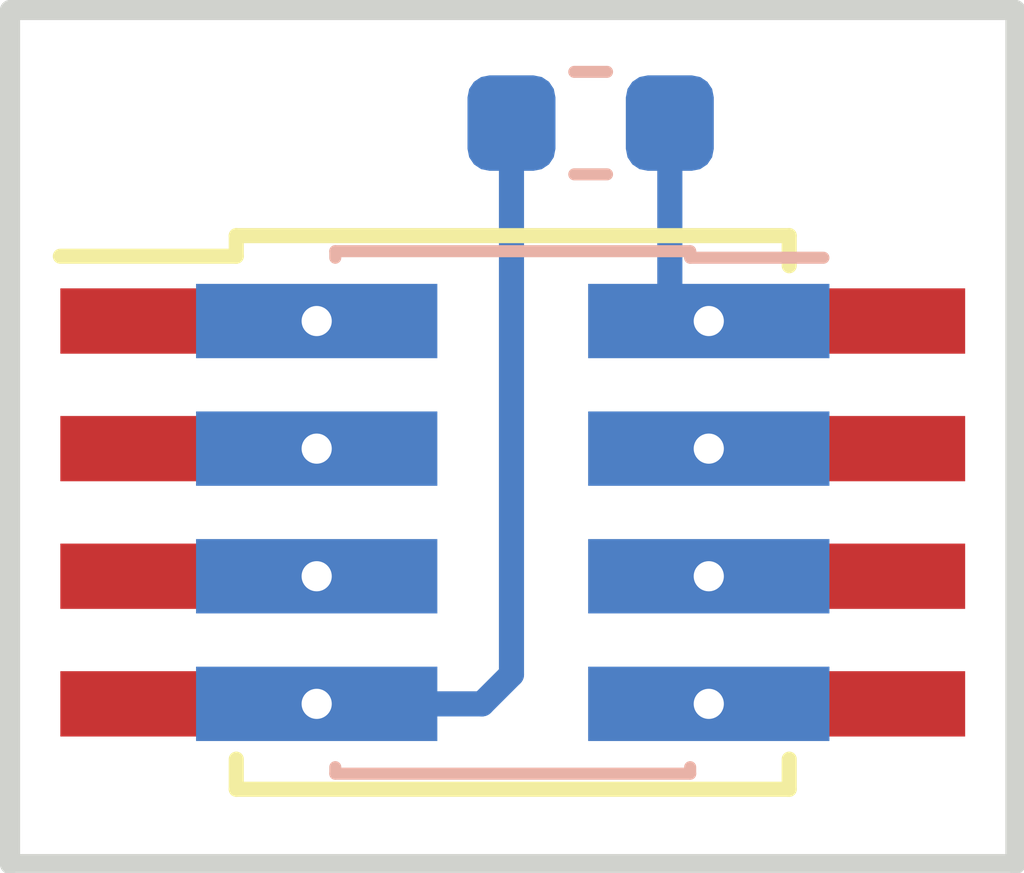
<source format=kicad_pcb>
(kicad_pcb (version 20171130) (host pcbnew "(5.0.0-rc3-dev-2-g101b68b)")

  (general
    (thickness 1.6)
    (drawings 4)
    (tracks 23)
    (zones 0)
    (modules 3)
    (nets 9)
  )

  (page A4)
  (layers
    (0 F.Cu signal)
    (31 B.Cu signal)
    (32 B.Adhes user)
    (33 F.Adhes user)
    (34 B.Paste user)
    (35 F.Paste user)
    (36 B.SilkS user)
    (37 F.SilkS user)
    (38 B.Mask user)
    (39 F.Mask user)
    (40 Dwgs.User user)
    (41 Cmts.User user)
    (42 Eco1.User user)
    (43 Eco2.User user)
    (44 Edge.Cuts user)
    (45 Margin user)
    (46 B.CrtYd user)
    (47 F.CrtYd user)
    (48 B.Fab user hide)
    (49 F.Fab user hide)
  )

  (setup
    (last_trace_width 0.25)
    (trace_clearance 0.25)
    (zone_clearance 0.508)
    (zone_45_only no)
    (trace_min 0.15)
    (segment_width 0.2)
    (edge_width 0.15)
    (via_size 0.6)
    (via_drill 0.3)
    (via_min_size 0.6)
    (via_min_drill 0.3)
    (uvia_size 0.3)
    (uvia_drill 0.1)
    (uvias_allowed no)
    (uvia_min_size 0.2)
    (uvia_min_drill 0.1)
    (pcb_text_width 0.3)
    (pcb_text_size 1.5 1.5)
    (mod_edge_width 0.15)
    (mod_text_size 1 1)
    (mod_text_width 0.15)
    (pad_size 1.524 1.524)
    (pad_drill 0.762)
    (pad_to_mask_clearance 0.2)
    (aux_axis_origin 0 0)
    (visible_elements FFFFFF7F)
    (pcbplotparams
      (layerselection 0x010fc_ffffffff)
      (usegerberextensions false)
      (usegerberattributes false)
      (usegerberadvancedattributes false)
      (creategerberjobfile false)
      (excludeedgelayer true)
      (linewidth 0.100000)
      (plotframeref false)
      (viasonmask false)
      (mode 1)
      (useauxorigin false)
      (hpglpennumber 1)
      (hpglpenspeed 20)
      (hpglpendiameter 15.000000)
      (psnegative false)
      (psa4output false)
      (plotreference true)
      (plotvalue true)
      (plotinvisibletext false)
      (padsonsilk false)
      (subtractmaskfromsilk false)
      (outputformat 1)
      (mirror false)
      (drillshape 1)
      (scaleselection 1)
      (outputdirectory ""))
  )

  (net 0 "")
  (net 1 /~CS)
  (net 2 /DQ1)
  (net 3 /~WP)
  (net 4 /GND)
  (net 5 /DQ0)
  (net 6 /CLK)
  (net 7 /~HOLD)
  (net 8 /VCC)

  (net_class Default "This is the default net class."
    (clearance 0.25)
    (trace_width 0.25)
    (via_dia 0.6)
    (via_drill 0.3)
    (uvia_dia 0.3)
    (uvia_drill 0.1)
    (add_net /CLK)
    (add_net /DQ0)
    (add_net /DQ1)
    (add_net /GND)
    (add_net /VCC)
    (add_net /~CS)
    (add_net /~HOLD)
    (add_net /~WP)
  )

  (module Capacitor_SMD:C_0603_1608Metric (layer B.Cu) (tedit 5B4BCAD1) (tstamp 5B4C9D92)
    (at 100.775 96.125 180)
    (descr "Capacitor SMD 0603 (1608 Metric), square (rectangular) end terminal, IPC_7351 nominal, (Body size source: http://www.tortai-tech.com/upload/download/2011102023233369053.pdf), generated with kicad-footprint-generator")
    (tags capacitor)
    (path /5B4BD581)
    (attr smd)
    (fp_text reference C101 (at 0 1.43 180) (layer B.Fab)
      (effects (font (size 1 1) (thickness 0.15)) (justify mirror))
    )
    (fp_text value 100n (at 0 -1.43 180) (layer B.Fab)
      (effects (font (size 1 1) (thickness 0.15)) (justify mirror))
    )
    (fp_line (start -0.8 -0.4) (end -0.8 0.4) (layer B.Fab) (width 0.1))
    (fp_line (start -0.8 0.4) (end 0.8 0.4) (layer B.Fab) (width 0.1))
    (fp_line (start 0.8 0.4) (end 0.8 -0.4) (layer B.Fab) (width 0.1))
    (fp_line (start 0.8 -0.4) (end -0.8 -0.4) (layer B.Fab) (width 0.1))
    (fp_line (start -0.162779 0.51) (end 0.162779 0.51) (layer B.SilkS) (width 0.12))
    (fp_line (start -0.162779 -0.51) (end 0.162779 -0.51) (layer B.SilkS) (width 0.12))
    (fp_line (start -1.48 -0.73) (end -1.48 0.73) (layer B.CrtYd) (width 0.05))
    (fp_line (start -1.48 0.73) (end 1.48 0.73) (layer B.CrtYd) (width 0.05))
    (fp_line (start 1.48 0.73) (end 1.48 -0.73) (layer B.CrtYd) (width 0.05))
    (fp_line (start 1.48 -0.73) (end -1.48 -0.73) (layer B.CrtYd) (width 0.05))
    (fp_text user %R (at 0 0 180) (layer B.Fab)
      (effects (font (size 0.4 0.4) (thickness 0.06)) (justify mirror))
    )
    (pad 1 smd roundrect (at -0.7875 0 180) (size 0.875 0.95) (layers B.Cu B.Paste B.Mask) (roundrect_rratio 0.25)
      (net 8 /VCC))
    (pad 2 smd roundrect (at 0.7875 0 180) (size 0.875 0.95) (layers B.Cu B.Paste B.Mask) (roundrect_rratio 0.25)
      (net 4 /GND))
    (model ${KISYS3DMOD}/Capacitor_SMD.3dshapes/C_0603_1608Metric.wrl
      (at (xyz 0 0 0))
      (scale (xyz 1 1 1))
      (rotate (xyz 0 0 0))
    )
  )

  (module Package_SO:SOIJ-8_5.3x5.3mm_P1.27mm (layer F.Cu) (tedit 5B4BCAD9) (tstamp 5B4C9DE4)
    (at 100 100)
    (descr "8-Lead Plastic Small Outline (SM) - Medium, 5.28 mm Body [SOIC] (see Microchip Packaging Specification 00000049BS.pdf)")
    (tags "SOIC 1.27")
    (path /5B74F9F9)
    (attr smd)
    (fp_text reference U101 (at 0 -3.68) (layer F.Fab)
      (effects (font (size 1 1) (thickness 0.15)))
    )
    (fp_text value W25Q64FVSS (at 0 3.68) (layer F.Fab)
      (effects (font (size 1 1) (thickness 0.15)))
    )
    (fp_text user %R (at 0 0) (layer F.Fab)
      (effects (font (size 1 1) (thickness 0.15)))
    )
    (fp_line (start -1.65 -2.65) (end 2.65 -2.65) (layer F.Fab) (width 0.15))
    (fp_line (start 2.65 -2.65) (end 2.65 2.65) (layer F.Fab) (width 0.15))
    (fp_line (start 2.65 2.65) (end -2.65 2.65) (layer F.Fab) (width 0.15))
    (fp_line (start -2.65 2.65) (end -2.65 -1.65) (layer F.Fab) (width 0.15))
    (fp_line (start -2.65 -1.65) (end -1.65 -2.65) (layer F.Fab) (width 0.15))
    (fp_line (start -4.75 -2.95) (end -4.75 2.95) (layer F.CrtYd) (width 0.05))
    (fp_line (start 4.75 -2.95) (end 4.75 2.95) (layer F.CrtYd) (width 0.05))
    (fp_line (start -4.75 -2.95) (end 4.75 -2.95) (layer F.CrtYd) (width 0.05))
    (fp_line (start -4.75 2.95) (end 4.75 2.95) (layer F.CrtYd) (width 0.05))
    (fp_line (start -2.75 -2.755) (end -2.75 -2.55) (layer F.SilkS) (width 0.15))
    (fp_line (start 2.75 -2.755) (end 2.75 -2.455) (layer F.SilkS) (width 0.15))
    (fp_line (start 2.75 2.755) (end 2.75 2.455) (layer F.SilkS) (width 0.15))
    (fp_line (start -2.75 2.755) (end -2.75 2.455) (layer F.SilkS) (width 0.15))
    (fp_line (start -2.75 -2.755) (end 2.75 -2.755) (layer F.SilkS) (width 0.15))
    (fp_line (start -2.75 2.755) (end 2.75 2.755) (layer F.SilkS) (width 0.15))
    (fp_line (start -2.75 -2.55) (end -4.5 -2.55) (layer F.SilkS) (width 0.15))
    (pad 1 smd rect (at -3.65 -1.905) (size 1.7 0.65) (layers F.Cu F.Paste F.Mask)
      (net 1 /~CS))
    (pad 2 smd rect (at -3.65 -0.635) (size 1.7 0.65) (layers F.Cu F.Paste F.Mask)
      (net 2 /DQ1))
    (pad 3 smd rect (at -3.65 0.635) (size 1.7 0.65) (layers F.Cu F.Paste F.Mask)
      (net 3 /~WP))
    (pad 4 smd rect (at -3.65 1.905) (size 1.7 0.65) (layers F.Cu F.Paste F.Mask)
      (net 4 /GND))
    (pad 5 smd rect (at 3.65 1.905) (size 1.7 0.65) (layers F.Cu F.Paste F.Mask)
      (net 5 /DQ0))
    (pad 6 smd rect (at 3.65 0.635) (size 1.7 0.65) (layers F.Cu F.Paste F.Mask)
      (net 6 /CLK))
    (pad 7 smd rect (at 3.65 -0.635) (size 1.7 0.65) (layers F.Cu F.Paste F.Mask)
      (net 7 /~HOLD))
    (pad 8 smd rect (at 3.65 -1.905) (size 1.7 0.65) (layers F.Cu F.Paste F.Mask)
      (net 8 /VCC))
    (model ${KISYS3DMOD}/Package_SO.3dshapes/SOIJ-8_5.3x5.3mm_P1.27mm.wrl
      (at (xyz 0 0 0))
      (scale (xyz 1 1 1))
      (rotate (xyz 0 0 0))
    )
  )

  (module Connector_PinHeader_1.27mm:PinHeader_2x04_P1.27mm_Vertical_SMD (layer B.Cu) (tedit 5B4BCAE1) (tstamp 5B4DC93F)
    (at 100 100 180)
    (descr "surface-mounted straight pin header, 2x04, 1.27mm pitch, double rows")
    (tags "Surface mounted pin header SMD 2x04 1.27mm double row")
    (path /5B4C09EB)
    (attr smd)
    (fp_text reference J101 (at 0 3.6 180) (layer B.Fab)
      (effects (font (size 1 1) (thickness 0.15)) (justify mirror))
    )
    (fp_text value Conn_02x04_Odd_Even (at 0 -3.6 180) (layer B.Fab)
      (effects (font (size 1 1) (thickness 0.15)) (justify mirror))
    )
    (fp_line (start 1.705 -2.54) (end -1.705 -2.54) (layer B.Fab) (width 0.1))
    (fp_line (start -1.27 2.54) (end 1.705 2.54) (layer B.Fab) (width 0.1))
    (fp_line (start -1.705 -2.54) (end -1.705 2.105) (layer B.Fab) (width 0.1))
    (fp_line (start -1.705 2.105) (end -1.27 2.54) (layer B.Fab) (width 0.1))
    (fp_line (start 1.705 2.54) (end 1.705 -2.54) (layer B.Fab) (width 0.1))
    (fp_line (start -1.705 2.105) (end -2.75 2.105) (layer B.Fab) (width 0.1))
    (fp_line (start -2.75 2.105) (end -2.75 1.705) (layer B.Fab) (width 0.1))
    (fp_line (start -2.75 1.705) (end -1.705 1.705) (layer B.Fab) (width 0.1))
    (fp_line (start 1.705 2.105) (end 2.75 2.105) (layer B.Fab) (width 0.1))
    (fp_line (start 2.75 2.105) (end 2.75 1.705) (layer B.Fab) (width 0.1))
    (fp_line (start 2.75 1.705) (end 1.705 1.705) (layer B.Fab) (width 0.1))
    (fp_line (start -1.705 0.835) (end -2.75 0.835) (layer B.Fab) (width 0.1))
    (fp_line (start -2.75 0.835) (end -2.75 0.435) (layer B.Fab) (width 0.1))
    (fp_line (start -2.75 0.435) (end -1.705 0.435) (layer B.Fab) (width 0.1))
    (fp_line (start 1.705 0.835) (end 2.75 0.835) (layer B.Fab) (width 0.1))
    (fp_line (start 2.75 0.835) (end 2.75 0.435) (layer B.Fab) (width 0.1))
    (fp_line (start 2.75 0.435) (end 1.705 0.435) (layer B.Fab) (width 0.1))
    (fp_line (start -1.705 -0.435) (end -2.75 -0.435) (layer B.Fab) (width 0.1))
    (fp_line (start -2.75 -0.435) (end -2.75 -0.835) (layer B.Fab) (width 0.1))
    (fp_line (start -2.75 -0.835) (end -1.705 -0.835) (layer B.Fab) (width 0.1))
    (fp_line (start 1.705 -0.435) (end 2.75 -0.435) (layer B.Fab) (width 0.1))
    (fp_line (start 2.75 -0.435) (end 2.75 -0.835) (layer B.Fab) (width 0.1))
    (fp_line (start 2.75 -0.835) (end 1.705 -0.835) (layer B.Fab) (width 0.1))
    (fp_line (start -1.705 -1.705) (end -2.75 -1.705) (layer B.Fab) (width 0.1))
    (fp_line (start -2.75 -1.705) (end -2.75 -2.105) (layer B.Fab) (width 0.1))
    (fp_line (start -2.75 -2.105) (end -1.705 -2.105) (layer B.Fab) (width 0.1))
    (fp_line (start 1.705 -1.705) (end 2.75 -1.705) (layer B.Fab) (width 0.1))
    (fp_line (start 2.75 -1.705) (end 2.75 -2.105) (layer B.Fab) (width 0.1))
    (fp_line (start 2.75 -2.105) (end 1.705 -2.105) (layer B.Fab) (width 0.1))
    (fp_line (start -1.765 2.6) (end 1.765 2.6) (layer B.SilkS) (width 0.12))
    (fp_line (start -1.765 -2.6) (end 1.765 -2.6) (layer B.SilkS) (width 0.12))
    (fp_line (start -3.09 2.535) (end -1.765 2.535) (layer B.SilkS) (width 0.12))
    (fp_line (start -1.765 2.6) (end -1.765 2.535) (layer B.SilkS) (width 0.12))
    (fp_line (start 1.765 2.6) (end 1.765 2.535) (layer B.SilkS) (width 0.12))
    (fp_line (start -1.765 -2.535) (end -1.765 -2.6) (layer B.SilkS) (width 0.12))
    (fp_line (start 1.765 -2.535) (end 1.765 -2.6) (layer B.SilkS) (width 0.12))
    (fp_line (start -4.3 3.05) (end -4.3 -3.05) (layer B.CrtYd) (width 0.05))
    (fp_line (start -4.3 -3.05) (end 4.3 -3.05) (layer B.CrtYd) (width 0.05))
    (fp_line (start 4.3 -3.05) (end 4.3 3.05) (layer B.CrtYd) (width 0.05))
    (fp_line (start 4.3 3.05) (end -4.3 3.05) (layer B.CrtYd) (width 0.05))
    (fp_text user %R (at 0 0 90) (layer B.Fab)
      (effects (font (size 1 1) (thickness 0.15)) (justify mirror))
    )
    (pad 1 smd rect (at -1.95 1.905 180) (size 2.4 0.74) (layers B.Cu B.Paste B.Mask)
      (net 8 /VCC))
    (pad 2 smd rect (at 1.95 1.905 180) (size 2.4 0.74) (layers B.Cu B.Paste B.Mask)
      (net 1 /~CS))
    (pad 3 smd rect (at -1.95 0.635 180) (size 2.4 0.74) (layers B.Cu B.Paste B.Mask)
      (net 7 /~HOLD))
    (pad 4 smd rect (at 1.95 0.635 180) (size 2.4 0.74) (layers B.Cu B.Paste B.Mask)
      (net 2 /DQ1))
    (pad 5 smd rect (at -1.95 -0.635 180) (size 2.4 0.74) (layers B.Cu B.Paste B.Mask)
      (net 6 /CLK))
    (pad 6 smd rect (at 1.95 -0.635 180) (size 2.4 0.74) (layers B.Cu B.Paste B.Mask)
      (net 3 /~WP))
    (pad 7 smd rect (at -1.95 -1.905 180) (size 2.4 0.74) (layers B.Cu B.Paste B.Mask)
      (net 5 /DQ0))
    (pad 8 smd rect (at 1.95 -1.905 180) (size 2.4 0.74) (layers B.Cu B.Paste B.Mask)
      (net 4 /GND))
    (model ${KISYS3DMOD}/Connector_PinHeader_1.27mm.3dshapes/PinHeader_2x04_P1.27mm_Vertical_SMD.wrl
      (at (xyz 0 0 0))
      (scale (xyz 1 1 1))
      (rotate (xyz 0 0 0))
    )
  )

  (gr_line (start 95 103.5) (end 95 95) (layer Edge.Cuts) (width 0.2))
  (gr_line (start 105 103.5) (end 95 103.5) (layer Edge.Cuts) (width 0.2))
  (gr_line (start 105 95) (end 105 103.5) (layer Edge.Cuts) (width 0.2))
  (gr_line (start 95 95) (end 105 95) (layer Edge.Cuts) (width 0.2))

  (segment (start 96.35 98.095) (end 98.05 98.095) (width 0.25) (layer F.Cu) (net 1) (status 10))
  (via (at 98.05 98.095) (size 0.6) (drill 0.3) (layers F.Cu B.Cu) (net 1) (status 30))
  (via (at 98.05 99.365) (size 0.6) (drill 0.3) (layers F.Cu B.Cu) (net 2) (status 30))
  (segment (start 96.35 99.365) (end 98.05 99.365) (width 0.25) (layer F.Cu) (net 2) (status 10))
  (via (at 98.05 100.635) (size 0.6) (drill 0.3) (layers F.Cu B.Cu) (net 3) (status 30))
  (segment (start 96.35 100.635) (end 98.05 100.635) (width 0.25) (layer F.Cu) (net 3) (status 10))
  (via (at 98.05 101.905) (size 0.6) (drill 0.3) (layers F.Cu B.Cu) (net 4))
  (segment (start 96.35 101.905) (end 98.05 101.905) (width 0.25) (layer F.Cu) (net 4))
  (segment (start 99.9875 96.125) (end 99.9875 101.6125) (width 0.25) (layer B.Cu) (net 4))
  (segment (start 99.695 101.905) (end 98.05 101.905) (width 0.25) (layer B.Cu) (net 4))
  (segment (start 99.9875 101.6125) (end 99.695 101.905) (width 0.25) (layer B.Cu) (net 4))
  (via (at 101.95 101.905) (size 0.6) (drill 0.3) (layers F.Cu B.Cu) (net 5) (status 30))
  (segment (start 103.65 101.905) (end 101.95 101.905) (width 0.25) (layer F.Cu) (net 5) (status 10))
  (via (at 101.95 100.635) (size 0.6) (drill 0.3) (layers F.Cu B.Cu) (net 6) (status 30))
  (segment (start 103.65 100.635) (end 101.95 100.635) (width 0.25) (layer F.Cu) (net 6) (status 10))
  (via (at 101.95 99.365) (size 0.6) (drill 0.3) (layers F.Cu B.Cu) (net 7) (status 30))
  (segment (start 103.65 99.365) (end 101.95 99.365) (width 0.25) (layer F.Cu) (net 7) (status 10))
  (via (at 101.95 98.095) (size 0.6) (drill 0.3) (layers F.Cu B.Cu) (net 8))
  (segment (start 103.65 98.095) (end 101.95 98.095) (width 0.25) (layer F.Cu) (net 8))
  (segment (start 101.945 98.1) (end 101.95 98.095) (width 0.25) (layer B.Cu) (net 8))
  (segment (start 101.65 98.1) (end 101.945 98.1) (width 0.25) (layer B.Cu) (net 8))
  (segment (start 101.5625 98.0125) (end 101.65 98.1) (width 0.25) (layer B.Cu) (net 8))
  (segment (start 101.5625 96.125) (end 101.5625 98.0125) (width 0.25) (layer B.Cu) (net 8))

)

</source>
